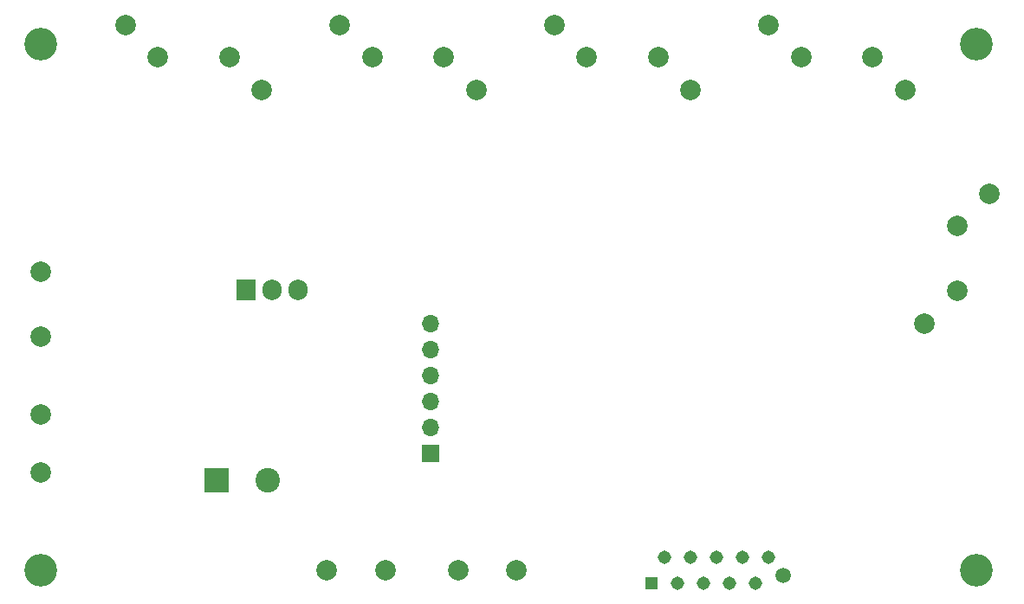
<source format=gbr>
G04 #@! TF.GenerationSoftware,KiCad,Pcbnew,(5.1.10-0-10_14)*
G04 #@! TF.CreationDate,2021-05-14T18:06:29+02:00*
G04 #@! TF.ProjectId,input-sel,696e7075-742d-4736-956c-2e6b69636164,rev?*
G04 #@! TF.SameCoordinates,Original*
G04 #@! TF.FileFunction,Soldermask,Bot*
G04 #@! TF.FilePolarity,Negative*
%FSLAX46Y46*%
G04 Gerber Fmt 4.6, Leading zero omitted, Abs format (unit mm)*
G04 Created by KiCad (PCBNEW (5.1.10-0-10_14)) date 2021-05-14 18:06:29*
%MOMM*%
%LPD*%
G01*
G04 APERTURE LIST*
%ADD10R,1.308000X1.308000*%
%ADD11C,1.308000*%
%ADD12C,1.500000*%
%ADD13O,1.905000X2.000000*%
%ADD14R,1.905000X2.000000*%
%ADD15C,2.400000*%
%ADD16R,2.400000X2.400000*%
%ADD17C,2.000000*%
%ADD18O,1.700000X1.700000*%
%ADD19R,1.700000X1.700000*%
%ADD20C,3.200000*%
G04 APERTURE END LIST*
D10*
X178435000Y-105410000D03*
D11*
X179705000Y-102870000D03*
X180975000Y-105410000D03*
X182245000Y-102870000D03*
X183515000Y-105410000D03*
X184785000Y-102870000D03*
X186055000Y-105410000D03*
X187325000Y-102870000D03*
X188595000Y-105410000D03*
X189865000Y-102870000D03*
D12*
X191265000Y-104670000D03*
D13*
X143891000Y-76708000D03*
X141351000Y-76708000D03*
D14*
X138811000Y-76708000D03*
D15*
X140890000Y-95377000D03*
D16*
X135890000Y-95377000D03*
D17*
X189865000Y-50800000D03*
X193040000Y-53975000D03*
X203200000Y-57150000D03*
X200025000Y-53975000D03*
X168910000Y-50800000D03*
X172085000Y-53975000D03*
X182245000Y-57150000D03*
X179070000Y-53975000D03*
X147955000Y-50800000D03*
X151130000Y-53975000D03*
X161290000Y-57150000D03*
X158115000Y-53975000D03*
X127000000Y-50800000D03*
X130175000Y-53975000D03*
X140335000Y-57150000D03*
X137160000Y-53975000D03*
X211455000Y-67310000D03*
X208280000Y-70485000D03*
X205105000Y-80010000D03*
X208280000Y-76835000D03*
D18*
X156845000Y-80010000D03*
X156845000Y-82550000D03*
X156845000Y-85090000D03*
X156845000Y-87630000D03*
X156845000Y-90170000D03*
D19*
X156845000Y-92710000D03*
D17*
X118745000Y-88900000D03*
X118745000Y-94615000D03*
X118745000Y-74930000D03*
X118745000Y-81280000D03*
X146685000Y-104140000D03*
X152400000Y-104140000D03*
X159512000Y-104140000D03*
X165227000Y-104140000D03*
D20*
X118745000Y-104140000D03*
X210185000Y-104140000D03*
X210185000Y-52705000D03*
X118745000Y-52705000D03*
M02*

</source>
